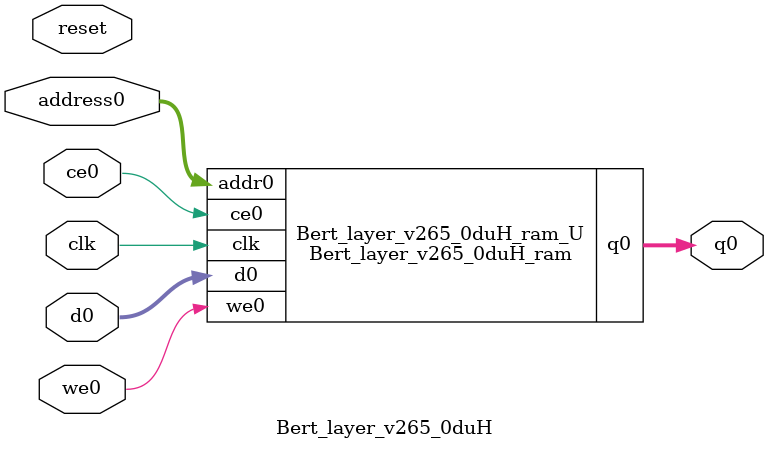
<source format=v>
`timescale 1 ns / 1 ps
module Bert_layer_v265_0duH_ram (addr0, ce0, d0, we0, q0,  clk);

parameter DWIDTH = 24;
parameter AWIDTH = 6;
parameter MEM_SIZE = 64;

input[AWIDTH-1:0] addr0;
input ce0;
input[DWIDTH-1:0] d0;
input we0;
output reg[DWIDTH-1:0] q0;
input clk;

(* ram_style = "block" *)reg [DWIDTH-1:0] ram[0:MEM_SIZE-1];




always @(posedge clk)  
begin 
    if (ce0) begin
        if (we0) 
            ram[addr0] <= d0; 
        q0 <= ram[addr0];
    end
end


endmodule

`timescale 1 ns / 1 ps
module Bert_layer_v265_0duH(
    reset,
    clk,
    address0,
    ce0,
    we0,
    d0,
    q0);

parameter DataWidth = 32'd24;
parameter AddressRange = 32'd64;
parameter AddressWidth = 32'd6;
input reset;
input clk;
input[AddressWidth - 1:0] address0;
input ce0;
input we0;
input[DataWidth - 1:0] d0;
output[DataWidth - 1:0] q0;



Bert_layer_v265_0duH_ram Bert_layer_v265_0duH_ram_U(
    .clk( clk ),
    .addr0( address0 ),
    .ce0( ce0 ),
    .we0( we0 ),
    .d0( d0 ),
    .q0( q0 ));

endmodule


</source>
